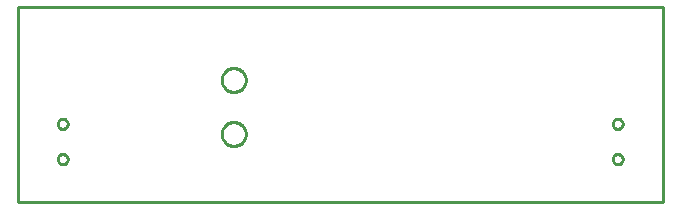
<source format=gbr>
G04 EAGLE Gerber RS-274X export*
G75*
%MOMM*%
%FSLAX34Y34*%
%LPD*%
%IN*%
%IPPOS*%
%AMOC8*
5,1,8,0,0,1.08239X$1,22.5*%
G01*
%ADD10C,0.254000*%


D10*
X0Y0D02*
X546100Y0D01*
X546100Y165100D01*
X0Y165100D01*
X0Y0D01*
X183324Y67310D02*
X184207Y67233D01*
X185081Y67079D01*
X185938Y66849D01*
X186772Y66546D01*
X187576Y66171D01*
X188344Y65727D01*
X189071Y65218D01*
X189751Y64648D01*
X190378Y64021D01*
X190948Y63341D01*
X191457Y62614D01*
X191901Y61846D01*
X192276Y61042D01*
X192579Y60208D01*
X192809Y59351D01*
X192963Y58477D01*
X193040Y57594D01*
X193040Y56706D01*
X192963Y55823D01*
X192809Y54949D01*
X192579Y54092D01*
X192276Y53258D01*
X191901Y52454D01*
X191457Y51686D01*
X190948Y50959D01*
X190378Y50279D01*
X189751Y49652D01*
X189071Y49082D01*
X188344Y48573D01*
X187576Y48129D01*
X186772Y47754D01*
X185938Y47451D01*
X185081Y47221D01*
X184207Y47067D01*
X183324Y46990D01*
X182436Y46990D01*
X181553Y47067D01*
X180679Y47221D01*
X179822Y47451D01*
X178988Y47754D01*
X178184Y48129D01*
X177416Y48573D01*
X176689Y49082D01*
X176009Y49652D01*
X175382Y50279D01*
X174812Y50959D01*
X174303Y51686D01*
X173859Y52454D01*
X173484Y53258D01*
X173181Y54092D01*
X172951Y54949D01*
X172797Y55823D01*
X172720Y56706D01*
X172720Y57594D01*
X172797Y58477D01*
X172951Y59351D01*
X173181Y60208D01*
X173484Y61042D01*
X173859Y61846D01*
X174303Y62614D01*
X174812Y63341D01*
X175382Y64021D01*
X176009Y64648D01*
X176689Y65218D01*
X177416Y65727D01*
X178184Y66171D01*
X178988Y66546D01*
X179822Y66849D01*
X180679Y67079D01*
X181553Y67233D01*
X182436Y67310D01*
X183324Y67310D01*
X183324Y113030D02*
X184207Y112953D01*
X185081Y112799D01*
X185938Y112569D01*
X186772Y112266D01*
X187576Y111891D01*
X188344Y111447D01*
X189071Y110938D01*
X189751Y110368D01*
X190378Y109741D01*
X190948Y109061D01*
X191457Y108334D01*
X191901Y107566D01*
X192276Y106762D01*
X192579Y105928D01*
X192809Y105071D01*
X192963Y104197D01*
X193040Y103314D01*
X193040Y102426D01*
X192963Y101543D01*
X192809Y100669D01*
X192579Y99812D01*
X192276Y98978D01*
X191901Y98174D01*
X191457Y97406D01*
X190948Y96679D01*
X190378Y95999D01*
X189751Y95372D01*
X189071Y94802D01*
X188344Y94293D01*
X187576Y93849D01*
X186772Y93474D01*
X185938Y93171D01*
X185081Y92941D01*
X184207Y92787D01*
X183324Y92710D01*
X182436Y92710D01*
X181553Y92787D01*
X180679Y92941D01*
X179822Y93171D01*
X178988Y93474D01*
X178184Y93849D01*
X177416Y94293D01*
X176689Y94802D01*
X176009Y95372D01*
X175382Y95999D01*
X174812Y96679D01*
X174303Y97406D01*
X173859Y98174D01*
X173484Y98978D01*
X173181Y99812D01*
X172951Y100669D01*
X172797Y101543D01*
X172720Y102426D01*
X172720Y103314D01*
X172797Y104197D01*
X172951Y105071D01*
X173181Y105928D01*
X173484Y106762D01*
X173859Y107566D01*
X174303Y108334D01*
X174812Y109061D01*
X175382Y109741D01*
X176009Y110368D01*
X176689Y110938D01*
X177416Y111447D01*
X178184Y111891D01*
X178988Y112266D01*
X179822Y112569D01*
X180679Y112799D01*
X181553Y112953D01*
X182436Y113030D01*
X183324Y113030D01*
X508279Y70050D02*
X508831Y69977D01*
X509369Y69833D01*
X509884Y69620D01*
X510366Y69341D01*
X510808Y69002D01*
X511202Y68608D01*
X511541Y68166D01*
X511820Y67684D01*
X512033Y67169D01*
X512177Y66631D01*
X512250Y66079D01*
X512250Y65521D01*
X512177Y64969D01*
X512033Y64431D01*
X511820Y63916D01*
X511541Y63434D01*
X511202Y62992D01*
X510808Y62598D01*
X510366Y62259D01*
X509884Y61980D01*
X509369Y61767D01*
X508831Y61623D01*
X508279Y61550D01*
X507721Y61550D01*
X507169Y61623D01*
X506631Y61767D01*
X506116Y61980D01*
X505634Y62259D01*
X505192Y62598D01*
X504798Y62992D01*
X504459Y63434D01*
X504180Y63916D01*
X503967Y64431D01*
X503823Y64969D01*
X503750Y65521D01*
X503750Y66079D01*
X503823Y66631D01*
X503967Y67169D01*
X504180Y67684D01*
X504459Y68166D01*
X504798Y68608D01*
X505192Y69002D01*
X505634Y69341D01*
X506116Y69620D01*
X506631Y69833D01*
X507169Y69977D01*
X507721Y70050D01*
X508279Y70050D01*
X508279Y40050D02*
X508831Y39977D01*
X509369Y39833D01*
X509884Y39620D01*
X510366Y39341D01*
X510808Y39002D01*
X511202Y38608D01*
X511541Y38166D01*
X511820Y37684D01*
X512033Y37169D01*
X512177Y36631D01*
X512250Y36079D01*
X512250Y35521D01*
X512177Y34969D01*
X512033Y34431D01*
X511820Y33916D01*
X511541Y33434D01*
X511202Y32992D01*
X510808Y32598D01*
X510366Y32259D01*
X509884Y31980D01*
X509369Y31767D01*
X508831Y31623D01*
X508279Y31550D01*
X507721Y31550D01*
X507169Y31623D01*
X506631Y31767D01*
X506116Y31980D01*
X505634Y32259D01*
X505192Y32598D01*
X504798Y32992D01*
X504459Y33434D01*
X504180Y33916D01*
X503967Y34431D01*
X503823Y34969D01*
X503750Y35521D01*
X503750Y36079D01*
X503823Y36631D01*
X503967Y37169D01*
X504180Y37684D01*
X504459Y38166D01*
X504798Y38608D01*
X505192Y39002D01*
X505634Y39341D01*
X506116Y39620D01*
X506631Y39833D01*
X507169Y39977D01*
X507721Y40050D01*
X508279Y40050D01*
X37821Y31550D02*
X37269Y31623D01*
X36731Y31767D01*
X36216Y31980D01*
X35734Y32259D01*
X35292Y32598D01*
X34898Y32992D01*
X34559Y33434D01*
X34280Y33916D01*
X34067Y34431D01*
X33923Y34969D01*
X33850Y35521D01*
X33850Y36079D01*
X33923Y36631D01*
X34067Y37169D01*
X34280Y37684D01*
X34559Y38166D01*
X34898Y38608D01*
X35292Y39002D01*
X35734Y39341D01*
X36216Y39620D01*
X36731Y39833D01*
X37269Y39977D01*
X37821Y40050D01*
X38379Y40050D01*
X38931Y39977D01*
X39469Y39833D01*
X39984Y39620D01*
X40466Y39341D01*
X40908Y39002D01*
X41302Y38608D01*
X41641Y38166D01*
X41920Y37684D01*
X42133Y37169D01*
X42277Y36631D01*
X42350Y36079D01*
X42350Y35521D01*
X42277Y34969D01*
X42133Y34431D01*
X41920Y33916D01*
X41641Y33434D01*
X41302Y32992D01*
X40908Y32598D01*
X40466Y32259D01*
X39984Y31980D01*
X39469Y31767D01*
X38931Y31623D01*
X38379Y31550D01*
X37821Y31550D01*
X37821Y61550D02*
X37269Y61623D01*
X36731Y61767D01*
X36216Y61980D01*
X35734Y62259D01*
X35292Y62598D01*
X34898Y62992D01*
X34559Y63434D01*
X34280Y63916D01*
X34067Y64431D01*
X33923Y64969D01*
X33850Y65521D01*
X33850Y66079D01*
X33923Y66631D01*
X34067Y67169D01*
X34280Y67684D01*
X34559Y68166D01*
X34898Y68608D01*
X35292Y69002D01*
X35734Y69341D01*
X36216Y69620D01*
X36731Y69833D01*
X37269Y69977D01*
X37821Y70050D01*
X38379Y70050D01*
X38931Y69977D01*
X39469Y69833D01*
X39984Y69620D01*
X40466Y69341D01*
X40908Y69002D01*
X41302Y68608D01*
X41641Y68166D01*
X41920Y67684D01*
X42133Y67169D01*
X42277Y66631D01*
X42350Y66079D01*
X42350Y65521D01*
X42277Y64969D01*
X42133Y64431D01*
X41920Y63916D01*
X41641Y63434D01*
X41302Y62992D01*
X40908Y62598D01*
X40466Y62259D01*
X39984Y61980D01*
X39469Y61767D01*
X38931Y61623D01*
X38379Y61550D01*
X37821Y61550D01*
M02*

</source>
